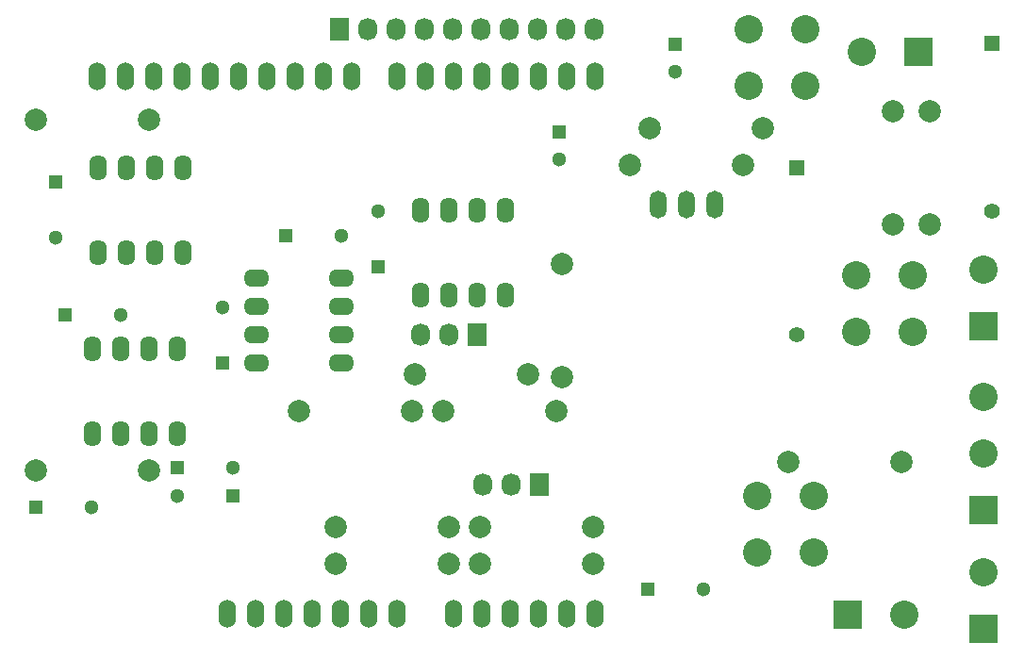
<source format=gbr>
G04 #@! TF.FileFunction,Soldermask,Top*
%FSLAX46Y46*%
G04 Gerber Fmt 4.6, Leading zero omitted, Abs format (unit mm)*
G04 Created by KiCad (PCBNEW 4.0.2+dfsg1-stable) date dim. 24 juil. 2016 19:10:33 CEST*
%MOMM*%
G01*
G04 APERTURE LIST*
%ADD10C,0.100000*%
%ADD11O,1.524000X2.540000*%
%ADD12C,2.540000*%
%ADD13R,2.540000X2.540000*%
%ADD14C,1.998980*%
%ADD15R,1.300000X1.300000*%
%ADD16C,1.300000*%
%ADD17R,1.727200X2.032000*%
%ADD18O,1.727200X2.032000*%
%ADD19O,2.300000X1.600000*%
%ADD20O,1.600000X2.300000*%
%ADD21O,1.501140X2.499360*%
%ADD22R,1.400000X1.400000*%
%ADD23C,1.400000*%
G04 APERTURE END LIST*
D10*
D11*
X212001100Y-102463600D03*
X209461100Y-102463600D03*
X206921100Y-102463600D03*
X199301100Y-102463600D03*
X201841100Y-102463600D03*
X204381100Y-102463600D03*
X194221100Y-102463600D03*
X191681100Y-102463600D03*
X189141100Y-102463600D03*
X184061100Y-102463600D03*
X181521100Y-102463600D03*
X212001100Y-54203600D03*
X209461100Y-54203600D03*
X206921100Y-54203600D03*
X204381100Y-54203600D03*
X201841100Y-54203600D03*
X199301100Y-54203600D03*
X196761100Y-54203600D03*
X194221100Y-54203600D03*
X190157100Y-54203600D03*
X187617100Y-54203600D03*
X185077100Y-54203600D03*
X182537100Y-54203600D03*
X179997100Y-54203600D03*
X177457100Y-54203600D03*
X174917100Y-54203600D03*
X172377100Y-54203600D03*
X186601100Y-102463600D03*
X169837100Y-54203600D03*
X167297100Y-54203600D03*
X178981100Y-102463600D03*
D12*
X226568000Y-91948000D03*
X226568000Y-97028000D03*
X231648000Y-97028000D03*
X231648000Y-91948000D03*
X240554919Y-77199081D03*
X240554919Y-72119081D03*
X235474919Y-72119081D03*
X235474919Y-77199081D03*
X230886000Y-55118000D03*
X230886000Y-50038000D03*
X225806000Y-50038000D03*
X225806000Y-55118000D03*
D13*
X234696000Y-102616000D03*
D12*
X239776000Y-102616000D03*
D14*
X188722000Y-94742000D03*
X198882000Y-94742000D03*
D15*
X178562000Y-80010000D03*
D16*
X178562000Y-75010000D03*
D13*
X246888000Y-93218000D03*
D12*
X246888000Y-88138000D03*
X246888000Y-83058000D03*
D15*
X216742000Y-100330000D03*
D16*
X221742000Y-100330000D03*
D15*
X179498000Y-91948000D03*
D16*
X174498000Y-91948000D03*
D15*
X161798000Y-92964000D03*
D16*
X166798000Y-92964000D03*
X219202000Y-53848000D03*
D15*
X219202000Y-51348000D03*
D16*
X208788000Y-61722000D03*
D15*
X208788000Y-59222000D03*
X174498000Y-89408000D03*
D16*
X179498000Y-89408000D03*
D15*
X164418000Y-75692000D03*
D16*
X169418000Y-75692000D03*
D15*
X163576000Y-63754000D03*
D16*
X163576000Y-68754000D03*
D15*
X192532000Y-71374000D03*
D16*
X192532000Y-66374000D03*
D15*
X184230000Y-68580000D03*
D16*
X189230000Y-68580000D03*
D17*
X201422000Y-77470000D03*
D18*
X198882000Y-77470000D03*
X196342000Y-77470000D03*
D17*
X207010000Y-90932000D03*
D18*
X204470000Y-90932000D03*
X201930000Y-90932000D03*
D13*
X246888000Y-103886000D03*
D12*
X246888000Y-98806000D03*
D13*
X246888000Y-76708000D03*
D12*
X246888000Y-71628000D03*
D13*
X241046000Y-52070000D03*
D12*
X235966000Y-52070000D03*
D14*
X201676000Y-98044000D03*
X211836000Y-98044000D03*
X188722000Y-98044000D03*
X198882000Y-98044000D03*
X201676000Y-94742000D03*
X211836000Y-94742000D03*
X161798000Y-89662000D03*
X171958000Y-89662000D03*
X171958000Y-58166000D03*
X161798000Y-58166000D03*
X238760000Y-67564000D03*
X238760000Y-57404000D03*
X242062000Y-67564000D03*
X242062000Y-57404000D03*
X239522000Y-88900000D03*
X229362000Y-88900000D03*
X209042000Y-71120000D03*
X209042000Y-81280000D03*
X195834000Y-81026000D03*
X205994000Y-81026000D03*
X208534000Y-84328000D03*
X198374000Y-84328000D03*
X185420000Y-84328000D03*
X195580000Y-84328000D03*
X216916000Y-58928000D03*
X227076000Y-58928000D03*
X225298000Y-62230000D03*
X215138000Y-62230000D03*
D19*
X181610000Y-72390000D03*
X181610000Y-74930000D03*
X181610000Y-77470000D03*
X181610000Y-80010000D03*
X189230000Y-80010000D03*
X189230000Y-77470000D03*
X189230000Y-74930000D03*
X189230000Y-72390000D03*
D20*
X166878000Y-86360000D03*
X169418000Y-86360000D03*
X171958000Y-86360000D03*
X174498000Y-86360000D03*
X174498000Y-78740000D03*
X171958000Y-78740000D03*
X169418000Y-78740000D03*
X166878000Y-78740000D03*
X167386000Y-70104000D03*
X169926000Y-70104000D03*
X172466000Y-70104000D03*
X175006000Y-70104000D03*
X175006000Y-62484000D03*
X172466000Y-62484000D03*
X169926000Y-62484000D03*
X167386000Y-62484000D03*
D21*
X220218000Y-65786000D03*
X222758000Y-65786000D03*
X217678000Y-65786000D03*
D20*
X196342000Y-73914000D03*
X198882000Y-73914000D03*
X201422000Y-73914000D03*
X203962000Y-73914000D03*
X203962000Y-66294000D03*
X201422000Y-66294000D03*
X198882000Y-66294000D03*
X196342000Y-66294000D03*
D17*
X189103000Y-50038000D03*
D18*
X191643000Y-50038000D03*
X194183000Y-50038000D03*
X196723000Y-50038000D03*
X199263000Y-50038000D03*
X201803000Y-50038000D03*
X204343000Y-50038000D03*
X206883000Y-50038000D03*
X209423000Y-50038000D03*
X211963000Y-50038000D03*
D22*
X230124000Y-62470000D03*
D23*
X230124000Y-77470000D03*
D22*
X247650000Y-51308000D03*
D23*
X247650000Y-66308000D03*
M02*

</source>
